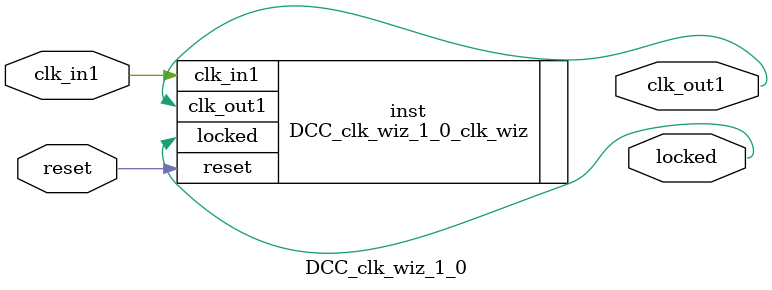
<source format=v>


`timescale 1ps/1ps

(* CORE_GENERATION_INFO = "DCC_clk_wiz_1_0,clk_wiz_v6_0_6_0_0,{component_name=DCC_clk_wiz_1_0,use_phase_alignment=true,use_min_o_jitter=false,use_max_i_jitter=false,use_dyn_phase_shift=false,use_inclk_switchover=false,use_dyn_reconfig=false,enable_axi=0,feedback_source=FDBK_AUTO,PRIMITIVE=MMCM,num_out_clk=1,clkin1_period=10.000,clkin2_period=10.000,use_power_down=false,use_reset=true,use_locked=true,use_inclk_stopped=false,feedback_type=SINGLE,CLOCK_MGR_TYPE=NA,manual_override=false}" *)

module DCC_clk_wiz_1_0 
 (
  // Clock out ports
  output        clk_out1,
  // Status and control signals
  input         reset,
  output        locked,
 // Clock in ports
  input         clk_in1
 );

  DCC_clk_wiz_1_0_clk_wiz inst
  (
  // Clock out ports  
  .clk_out1(clk_out1),
  // Status and control signals               
  .reset(reset), 
  .locked(locked),
 // Clock in ports
  .clk_in1(clk_in1)
  );

endmodule

</source>
